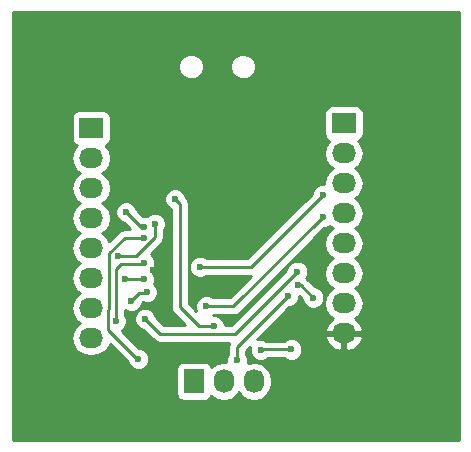
<source format=gbl>
G04 #@! TF.FileFunction,Copper,L2,Bot,Signal*
%FSLAX46Y46*%
G04 Gerber Fmt 4.6, Leading zero omitted, Abs format (unit mm)*
G04 Created by KiCad (PCBNEW 4.0.2+dfsg1-stable) date Mon 21 Aug 2017 12:22:30 PM CEST*
%MOMM*%
G01*
G04 APERTURE LIST*
%ADD10C,0.100000*%
%ADD11R,1.727200X2.032000*%
%ADD12O,1.727200X2.032000*%
%ADD13R,2.032000X1.727200*%
%ADD14O,2.032000X1.727200*%
%ADD15C,0.600000*%
%ADD16C,0.250000*%
%ADD17C,0.254000*%
G04 APERTURE END LIST*
D10*
D11*
X133750000Y-116850000D03*
D12*
X136290000Y-116850000D03*
X138830000Y-116850000D03*
D13*
X125050000Y-95400000D03*
D14*
X125050000Y-97940000D03*
X125050000Y-100480000D03*
X125050000Y-103020000D03*
X125050000Y-105560000D03*
X125050000Y-108100000D03*
X125050000Y-110640000D03*
X125050000Y-113180000D03*
D13*
X146450000Y-95000000D03*
D14*
X146450000Y-97540000D03*
X146450000Y-100080000D03*
X146450000Y-102620000D03*
X146450000Y-105160000D03*
X146450000Y-107700000D03*
X146450000Y-110240000D03*
X146450000Y-112780000D03*
D15*
X129050000Y-114950000D03*
X129500000Y-104700000D03*
X137400000Y-115050000D03*
X141700000Y-109650000D03*
X141200000Y-102000000D03*
X132700000Y-95300000D03*
X130300000Y-107450000D03*
X136900000Y-108950000D03*
X139400000Y-114200000D03*
X142000000Y-114150000D03*
X142550000Y-108700000D03*
X143850000Y-109750000D03*
X135450000Y-112200000D03*
X132150000Y-101400000D03*
X128000000Y-102500000D03*
X129550000Y-103800000D03*
X130450000Y-103500000D03*
X127300000Y-106200000D03*
X127950000Y-108200000D03*
X129500000Y-108200000D03*
X129750000Y-109300000D03*
X128450000Y-110050000D03*
X129550000Y-106850000D03*
X127150000Y-111750000D03*
X144650000Y-101100000D03*
X134250000Y-107150000D03*
X134800000Y-110500000D03*
X144650000Y-102950000D03*
X129600000Y-111550000D03*
X142500000Y-107550000D03*
D16*
X128950000Y-114950000D02*
X129050000Y-114950000D01*
X126500000Y-112500000D02*
X128950000Y-114950000D01*
X126500000Y-110800000D02*
X126500000Y-112500000D01*
X126600000Y-110700000D02*
X126500000Y-110800000D01*
X126600000Y-109900000D02*
X126600000Y-110700000D01*
X126600000Y-106000000D02*
X126600000Y-109900000D01*
X127900000Y-104700000D02*
X126600000Y-106000000D01*
X128900000Y-104700000D02*
X127900000Y-104700000D01*
X129500000Y-104700000D02*
X128900000Y-104700000D01*
X137400000Y-113950000D02*
X137400000Y-115050000D01*
X141700000Y-109650000D02*
X137400000Y-113950000D01*
X130350000Y-107400000D02*
X130350000Y-107350000D01*
X130300000Y-107450000D02*
X130350000Y-107400000D01*
X139400000Y-114200000D02*
X139450000Y-114150000D01*
X139450000Y-114150000D02*
X142000000Y-114150000D01*
X142800000Y-108700000D02*
X142550000Y-108700000D01*
X143850000Y-109750000D02*
X142800000Y-108700000D01*
X134200000Y-112200000D02*
X135450000Y-112200000D01*
X132550000Y-110550000D02*
X134200000Y-112200000D01*
X132550000Y-106750000D02*
X132550000Y-110550000D01*
X132550000Y-101800000D02*
X132550000Y-106750000D01*
X132150000Y-101400000D02*
X132550000Y-101800000D01*
X128000000Y-102500000D02*
X129300000Y-103800000D01*
X129300000Y-103800000D02*
X129550000Y-103800000D01*
X130450000Y-104650000D02*
X130450000Y-103500000D01*
X128850000Y-106250000D02*
X130450000Y-104650000D01*
X127350000Y-106250000D02*
X128850000Y-106250000D01*
X127300000Y-106200000D02*
X127350000Y-106250000D01*
X127950000Y-108200000D02*
X129500000Y-108200000D01*
X129125000Y-109375000D02*
X129675000Y-109375000D01*
X129675000Y-109375000D02*
X129750000Y-109300000D01*
X128450000Y-110050000D02*
X129125000Y-109375000D01*
X129500000Y-106900000D02*
X129550000Y-106850000D01*
X127550000Y-106900000D02*
X129500000Y-106900000D01*
X127150000Y-107300000D02*
X127550000Y-106900000D01*
X127150000Y-111750000D02*
X127150000Y-107300000D01*
X144650000Y-101100000D02*
X138600000Y-107150000D01*
X138600000Y-107150000D02*
X134250000Y-107150000D01*
X137100000Y-110500000D02*
X134800000Y-110500000D01*
X144650000Y-102950000D02*
X137100000Y-110500000D01*
X130900000Y-112850000D02*
X129600000Y-111550000D01*
X137200000Y-112850000D02*
X130900000Y-112850000D01*
X142500000Y-107550000D02*
X137200000Y-112850000D01*
D17*
G36*
X156190000Y-121790000D02*
X118410000Y-121790000D01*
X118410000Y-97940000D01*
X123366655Y-97940000D01*
X123480729Y-98513489D01*
X123805585Y-98999670D01*
X124120366Y-99210000D01*
X123805585Y-99420330D01*
X123480729Y-99906511D01*
X123366655Y-100480000D01*
X123480729Y-101053489D01*
X123805585Y-101539670D01*
X124120366Y-101750000D01*
X123805585Y-101960330D01*
X123480729Y-102446511D01*
X123366655Y-103020000D01*
X123480729Y-103593489D01*
X123805585Y-104079670D01*
X124120366Y-104290000D01*
X123805585Y-104500330D01*
X123480729Y-104986511D01*
X123366655Y-105560000D01*
X123480729Y-106133489D01*
X123805585Y-106619670D01*
X124120366Y-106830000D01*
X123805585Y-107040330D01*
X123480729Y-107526511D01*
X123366655Y-108100000D01*
X123480729Y-108673489D01*
X123805585Y-109159670D01*
X124120366Y-109370000D01*
X123805585Y-109580330D01*
X123480729Y-110066511D01*
X123366655Y-110640000D01*
X123480729Y-111213489D01*
X123805585Y-111699670D01*
X124120366Y-111910000D01*
X123805585Y-112120330D01*
X123480729Y-112606511D01*
X123366655Y-113180000D01*
X123480729Y-113753489D01*
X123805585Y-114239670D01*
X124291766Y-114564526D01*
X124865255Y-114678600D01*
X125234745Y-114678600D01*
X125808234Y-114564526D01*
X126294415Y-114239670D01*
X126619271Y-113753489D01*
X126629129Y-113703931D01*
X128153194Y-115227996D01*
X128256883Y-115478943D01*
X128519673Y-115742192D01*
X128863201Y-115884838D01*
X129235167Y-115885162D01*
X129578943Y-115743117D01*
X129842192Y-115480327D01*
X129984838Y-115136799D01*
X129985162Y-114764833D01*
X129843117Y-114421057D01*
X129580327Y-114157808D01*
X129236799Y-114015162D01*
X129089836Y-114015034D01*
X127635761Y-112560959D01*
X127678943Y-112543117D01*
X127942192Y-112280327D01*
X128084838Y-111936799D01*
X128085013Y-111735167D01*
X128664838Y-111735167D01*
X128806883Y-112078943D01*
X129069673Y-112342192D01*
X129413201Y-112484838D01*
X129460077Y-112484879D01*
X130362599Y-113387401D01*
X130609161Y-113552148D01*
X130900000Y-113610000D01*
X136730700Y-113610000D01*
X136697852Y-113659161D01*
X136640000Y-113950000D01*
X136640000Y-114487537D01*
X136607808Y-114519673D01*
X136465162Y-114863201D01*
X136464867Y-115201438D01*
X136290000Y-115166655D01*
X135716511Y-115280729D01*
X135230330Y-115605585D01*
X135220757Y-115619913D01*
X135216762Y-115598683D01*
X135077690Y-115382559D01*
X134865490Y-115237569D01*
X134613600Y-115186560D01*
X132886400Y-115186560D01*
X132651083Y-115230838D01*
X132434959Y-115369910D01*
X132289969Y-115582110D01*
X132238960Y-115834000D01*
X132238960Y-117866000D01*
X132283238Y-118101317D01*
X132422310Y-118317441D01*
X132634510Y-118462431D01*
X132886400Y-118513440D01*
X134613600Y-118513440D01*
X134848917Y-118469162D01*
X135065041Y-118330090D01*
X135210031Y-118117890D01*
X135218400Y-118076561D01*
X135230330Y-118094415D01*
X135716511Y-118419271D01*
X136290000Y-118533345D01*
X136863489Y-118419271D01*
X137349670Y-118094415D01*
X137560000Y-117779634D01*
X137770330Y-118094415D01*
X138256511Y-118419271D01*
X138830000Y-118533345D01*
X139403489Y-118419271D01*
X139889670Y-118094415D01*
X140214526Y-117608234D01*
X140328600Y-117034745D01*
X140328600Y-116665255D01*
X140214526Y-116091766D01*
X139889670Y-115605585D01*
X139403489Y-115280729D01*
X138830000Y-115166655D01*
X138322006Y-115267701D01*
X138334838Y-115236799D01*
X138335162Y-114864833D01*
X138193117Y-114521057D01*
X138160000Y-114487882D01*
X138160000Y-114264802D01*
X138503196Y-113921606D01*
X138465162Y-114013201D01*
X138464838Y-114385167D01*
X138606883Y-114728943D01*
X138869673Y-114992192D01*
X139213201Y-115134838D01*
X139585167Y-115135162D01*
X139928943Y-114993117D01*
X140012205Y-114910000D01*
X141437537Y-114910000D01*
X141469673Y-114942192D01*
X141813201Y-115084838D01*
X142185167Y-115085162D01*
X142528943Y-114943117D01*
X142792192Y-114680327D01*
X142934838Y-114336799D01*
X142935162Y-113964833D01*
X142793117Y-113621057D01*
X142530327Y-113357808D01*
X142186799Y-113215162D01*
X141814833Y-113214838D01*
X141471057Y-113356883D01*
X141437882Y-113390000D01*
X139887441Y-113390000D01*
X139586799Y-113265162D01*
X139214833Y-113264838D01*
X139121329Y-113303473D01*
X139285776Y-113139026D01*
X144842642Y-113139026D01*
X144845291Y-113154791D01*
X145099268Y-113682036D01*
X145535680Y-114071954D01*
X146088087Y-114265184D01*
X146323000Y-114120924D01*
X146323000Y-112907000D01*
X146577000Y-112907000D01*
X146577000Y-114120924D01*
X146811913Y-114265184D01*
X147364320Y-114071954D01*
X147800732Y-113682036D01*
X148054709Y-113154791D01*
X148057358Y-113139026D01*
X147936217Y-112907000D01*
X146577000Y-112907000D01*
X146323000Y-112907000D01*
X144963783Y-112907000D01*
X144842642Y-113139026D01*
X139285776Y-113139026D01*
X141839680Y-110585122D01*
X141885167Y-110585162D01*
X142228943Y-110443117D01*
X142492192Y-110180327D01*
X142634838Y-109836799D01*
X142635014Y-109635075D01*
X142660295Y-109635097D01*
X142914878Y-109889680D01*
X142914838Y-109935167D01*
X143056883Y-110278943D01*
X143319673Y-110542192D01*
X143663201Y-110684838D01*
X144035167Y-110685162D01*
X144378943Y-110543117D01*
X144642192Y-110280327D01*
X144784838Y-109936799D01*
X144785162Y-109564833D01*
X144643117Y-109221057D01*
X144380327Y-108957808D01*
X144036799Y-108815162D01*
X143989923Y-108815121D01*
X143337401Y-108162599D01*
X143329211Y-108157126D01*
X143272334Y-108100150D01*
X143292192Y-108080327D01*
X143434838Y-107736799D01*
X143435162Y-107364833D01*
X143293117Y-107021057D01*
X143030327Y-106757808D01*
X142686799Y-106615162D01*
X142314833Y-106614838D01*
X141971057Y-106756883D01*
X141707808Y-107019673D01*
X141565162Y-107363201D01*
X141565121Y-107410077D01*
X136885198Y-112090000D01*
X136385097Y-112090000D01*
X136385162Y-112014833D01*
X136243117Y-111671057D01*
X135980327Y-111407808D01*
X135636799Y-111265162D01*
X135357191Y-111264918D01*
X135362118Y-111260000D01*
X137100000Y-111260000D01*
X137390839Y-111202148D01*
X137637401Y-111037401D01*
X144789680Y-103885122D01*
X144835167Y-103885162D01*
X145178943Y-103743117D01*
X145227699Y-103694446D01*
X145520366Y-103890000D01*
X145205585Y-104100330D01*
X144880729Y-104586511D01*
X144766655Y-105160000D01*
X144880729Y-105733489D01*
X145205585Y-106219670D01*
X145520366Y-106430000D01*
X145205585Y-106640330D01*
X144880729Y-107126511D01*
X144766655Y-107700000D01*
X144880729Y-108273489D01*
X145205585Y-108759670D01*
X145520366Y-108970000D01*
X145205585Y-109180330D01*
X144880729Y-109666511D01*
X144766655Y-110240000D01*
X144880729Y-110813489D01*
X145205585Y-111299670D01*
X145515069Y-111506461D01*
X145099268Y-111877964D01*
X144845291Y-112405209D01*
X144842642Y-112420974D01*
X144963783Y-112653000D01*
X146323000Y-112653000D01*
X146323000Y-112633000D01*
X146577000Y-112633000D01*
X146577000Y-112653000D01*
X147936217Y-112653000D01*
X148057358Y-112420974D01*
X148054709Y-112405209D01*
X147800732Y-111877964D01*
X147384931Y-111506461D01*
X147694415Y-111299670D01*
X148019271Y-110813489D01*
X148133345Y-110240000D01*
X148019271Y-109666511D01*
X147694415Y-109180330D01*
X147379634Y-108970000D01*
X147694415Y-108759670D01*
X148019271Y-108273489D01*
X148133345Y-107700000D01*
X148019271Y-107126511D01*
X147694415Y-106640330D01*
X147379634Y-106430000D01*
X147694415Y-106219670D01*
X148019271Y-105733489D01*
X148133345Y-105160000D01*
X148019271Y-104586511D01*
X147694415Y-104100330D01*
X147379634Y-103890000D01*
X147694415Y-103679670D01*
X148019271Y-103193489D01*
X148133345Y-102620000D01*
X148019271Y-102046511D01*
X147694415Y-101560330D01*
X147379634Y-101350000D01*
X147694415Y-101139670D01*
X148019271Y-100653489D01*
X148133345Y-100080000D01*
X148019271Y-99506511D01*
X147694415Y-99020330D01*
X147379634Y-98810000D01*
X147694415Y-98599670D01*
X148019271Y-98113489D01*
X148133345Y-97540000D01*
X148019271Y-96966511D01*
X147694415Y-96480330D01*
X147680087Y-96470757D01*
X147701317Y-96466762D01*
X147917441Y-96327690D01*
X148062431Y-96115490D01*
X148113440Y-95863600D01*
X148113440Y-94136400D01*
X148069162Y-93901083D01*
X147930090Y-93684959D01*
X147717890Y-93539969D01*
X147466000Y-93488960D01*
X145434000Y-93488960D01*
X145198683Y-93533238D01*
X144982559Y-93672310D01*
X144837569Y-93884510D01*
X144786560Y-94136400D01*
X144786560Y-95863600D01*
X144830838Y-96098917D01*
X144969910Y-96315041D01*
X145182110Y-96460031D01*
X145223439Y-96468400D01*
X145205585Y-96480330D01*
X144880729Y-96966511D01*
X144766655Y-97540000D01*
X144880729Y-98113489D01*
X145205585Y-98599670D01*
X145520366Y-98810000D01*
X145205585Y-99020330D01*
X144880729Y-99506511D01*
X144766655Y-100080000D01*
X144783586Y-100165116D01*
X144464833Y-100164838D01*
X144121057Y-100306883D01*
X143857808Y-100569673D01*
X143715162Y-100913201D01*
X143715121Y-100960077D01*
X138285198Y-106390000D01*
X134812463Y-106390000D01*
X134780327Y-106357808D01*
X134436799Y-106215162D01*
X134064833Y-106214838D01*
X133721057Y-106356883D01*
X133457808Y-106619673D01*
X133315162Y-106963201D01*
X133314838Y-107335167D01*
X133456883Y-107678943D01*
X133719673Y-107942192D01*
X134063201Y-108084838D01*
X134435167Y-108085162D01*
X134778943Y-107943117D01*
X134812118Y-107910000D01*
X138600000Y-107910000D01*
X138618972Y-107906226D01*
X136785198Y-109740000D01*
X135362463Y-109740000D01*
X135330327Y-109707808D01*
X134986799Y-109565162D01*
X134614833Y-109564838D01*
X134271057Y-109706883D01*
X134007808Y-109969673D01*
X133865162Y-110313201D01*
X133864838Y-110685167D01*
X133938679Y-110863877D01*
X133310000Y-110235198D01*
X133310000Y-101800000D01*
X133252148Y-101509161D01*
X133252148Y-101509160D01*
X133087401Y-101262599D01*
X133085122Y-101260320D01*
X133085162Y-101214833D01*
X132943117Y-100871057D01*
X132680327Y-100607808D01*
X132336799Y-100465162D01*
X131964833Y-100464838D01*
X131621057Y-100606883D01*
X131357808Y-100869673D01*
X131215162Y-101213201D01*
X131214838Y-101585167D01*
X131356883Y-101928943D01*
X131619673Y-102192192D01*
X131790000Y-102262918D01*
X131790000Y-110550000D01*
X131847852Y-110840839D01*
X132012599Y-111087401D01*
X133015198Y-112090000D01*
X131214802Y-112090000D01*
X130535122Y-111410320D01*
X130535162Y-111364833D01*
X130393117Y-111021057D01*
X130130327Y-110757808D01*
X129786799Y-110615162D01*
X129414833Y-110614838D01*
X129071057Y-110756883D01*
X128807808Y-111019673D01*
X128665162Y-111363201D01*
X128664838Y-111735167D01*
X128085013Y-111735167D01*
X128085162Y-111564833D01*
X127943117Y-111221057D01*
X127910000Y-111187882D01*
X127910000Y-110832502D01*
X127919673Y-110842192D01*
X128263201Y-110984838D01*
X128635167Y-110985162D01*
X128978943Y-110843117D01*
X129242192Y-110580327D01*
X129384838Y-110236799D01*
X129384879Y-110189923D01*
X129405463Y-110169339D01*
X129563201Y-110234838D01*
X129935167Y-110235162D01*
X130278943Y-110093117D01*
X130542192Y-109830327D01*
X130684838Y-109486799D01*
X130685162Y-109114833D01*
X130543117Y-108771057D01*
X130353961Y-108581571D01*
X130434838Y-108386799D01*
X130435162Y-108014833D01*
X130293117Y-107671057D01*
X130172247Y-107549976D01*
X130342192Y-107380327D01*
X130484838Y-107036799D01*
X130485162Y-106664833D01*
X130343117Y-106321057D01*
X130098645Y-106076157D01*
X130987401Y-105187401D01*
X131152148Y-104940839D01*
X131210000Y-104650000D01*
X131210000Y-104062463D01*
X131242192Y-104030327D01*
X131384838Y-103686799D01*
X131385162Y-103314833D01*
X131243117Y-102971057D01*
X130980327Y-102707808D01*
X130636799Y-102565162D01*
X130264833Y-102564838D01*
X129921057Y-102706883D01*
X129754951Y-102872699D01*
X129736799Y-102865162D01*
X129439705Y-102864903D01*
X128935122Y-102360320D01*
X128935162Y-102314833D01*
X128793117Y-101971057D01*
X128530327Y-101707808D01*
X128186799Y-101565162D01*
X127814833Y-101564838D01*
X127471057Y-101706883D01*
X127207808Y-101969673D01*
X127065162Y-102313201D01*
X127064838Y-102685167D01*
X127206883Y-103028943D01*
X127469673Y-103292192D01*
X127813201Y-103434838D01*
X127860077Y-103434879D01*
X128365198Y-103940000D01*
X127900000Y-103940000D01*
X127609161Y-103997852D01*
X127362599Y-104162599D01*
X126586994Y-104938204D01*
X126294415Y-104500330D01*
X125979634Y-104290000D01*
X126294415Y-104079670D01*
X126619271Y-103593489D01*
X126733345Y-103020000D01*
X126619271Y-102446511D01*
X126294415Y-101960330D01*
X125979634Y-101750000D01*
X126294415Y-101539670D01*
X126619271Y-101053489D01*
X126733345Y-100480000D01*
X126619271Y-99906511D01*
X126294415Y-99420330D01*
X125979634Y-99210000D01*
X126294415Y-98999670D01*
X126619271Y-98513489D01*
X126733345Y-97940000D01*
X126619271Y-97366511D01*
X126294415Y-96880330D01*
X126280087Y-96870757D01*
X126301317Y-96866762D01*
X126517441Y-96727690D01*
X126662431Y-96515490D01*
X126713440Y-96263600D01*
X126713440Y-94536400D01*
X126669162Y-94301083D01*
X126530090Y-94084959D01*
X126317890Y-93939969D01*
X126066000Y-93888960D01*
X124034000Y-93888960D01*
X123798683Y-93933238D01*
X123582559Y-94072310D01*
X123437569Y-94284510D01*
X123386560Y-94536400D01*
X123386560Y-96263600D01*
X123430838Y-96498917D01*
X123569910Y-96715041D01*
X123782110Y-96860031D01*
X123823439Y-96868400D01*
X123805585Y-96880330D01*
X123480729Y-97366511D01*
X123366655Y-97940000D01*
X118410000Y-97940000D01*
X118410000Y-90415690D01*
X132415592Y-90415690D01*
X132580362Y-90814463D01*
X132885193Y-91119826D01*
X133283677Y-91285291D01*
X133715150Y-91285668D01*
X134113923Y-91120898D01*
X134419286Y-90816067D01*
X134584751Y-90417583D01*
X134584752Y-90415690D01*
X136814872Y-90415690D01*
X136979642Y-90814463D01*
X137284473Y-91119826D01*
X137682957Y-91285291D01*
X138114430Y-91285668D01*
X138513203Y-91120898D01*
X138818566Y-90816067D01*
X138984031Y-90417583D01*
X138984408Y-89986110D01*
X138819638Y-89587337D01*
X138514807Y-89281974D01*
X138116323Y-89116509D01*
X137684850Y-89116132D01*
X137286077Y-89280902D01*
X136980714Y-89585733D01*
X136815249Y-89984217D01*
X136814872Y-90415690D01*
X134584752Y-90415690D01*
X134585128Y-89986110D01*
X134420358Y-89587337D01*
X134115527Y-89281974D01*
X133717043Y-89116509D01*
X133285570Y-89116132D01*
X132886797Y-89280902D01*
X132581434Y-89585733D01*
X132415969Y-89984217D01*
X132415592Y-90415690D01*
X118410000Y-90415690D01*
X118410000Y-85610000D01*
X156190000Y-85610000D01*
X156190000Y-121790000D01*
X156190000Y-121790000D01*
G37*
X156190000Y-121790000D02*
X118410000Y-121790000D01*
X118410000Y-97940000D01*
X123366655Y-97940000D01*
X123480729Y-98513489D01*
X123805585Y-98999670D01*
X124120366Y-99210000D01*
X123805585Y-99420330D01*
X123480729Y-99906511D01*
X123366655Y-100480000D01*
X123480729Y-101053489D01*
X123805585Y-101539670D01*
X124120366Y-101750000D01*
X123805585Y-101960330D01*
X123480729Y-102446511D01*
X123366655Y-103020000D01*
X123480729Y-103593489D01*
X123805585Y-104079670D01*
X124120366Y-104290000D01*
X123805585Y-104500330D01*
X123480729Y-104986511D01*
X123366655Y-105560000D01*
X123480729Y-106133489D01*
X123805585Y-106619670D01*
X124120366Y-106830000D01*
X123805585Y-107040330D01*
X123480729Y-107526511D01*
X123366655Y-108100000D01*
X123480729Y-108673489D01*
X123805585Y-109159670D01*
X124120366Y-109370000D01*
X123805585Y-109580330D01*
X123480729Y-110066511D01*
X123366655Y-110640000D01*
X123480729Y-111213489D01*
X123805585Y-111699670D01*
X124120366Y-111910000D01*
X123805585Y-112120330D01*
X123480729Y-112606511D01*
X123366655Y-113180000D01*
X123480729Y-113753489D01*
X123805585Y-114239670D01*
X124291766Y-114564526D01*
X124865255Y-114678600D01*
X125234745Y-114678600D01*
X125808234Y-114564526D01*
X126294415Y-114239670D01*
X126619271Y-113753489D01*
X126629129Y-113703931D01*
X128153194Y-115227996D01*
X128256883Y-115478943D01*
X128519673Y-115742192D01*
X128863201Y-115884838D01*
X129235167Y-115885162D01*
X129578943Y-115743117D01*
X129842192Y-115480327D01*
X129984838Y-115136799D01*
X129985162Y-114764833D01*
X129843117Y-114421057D01*
X129580327Y-114157808D01*
X129236799Y-114015162D01*
X129089836Y-114015034D01*
X127635761Y-112560959D01*
X127678943Y-112543117D01*
X127942192Y-112280327D01*
X128084838Y-111936799D01*
X128085013Y-111735167D01*
X128664838Y-111735167D01*
X128806883Y-112078943D01*
X129069673Y-112342192D01*
X129413201Y-112484838D01*
X129460077Y-112484879D01*
X130362599Y-113387401D01*
X130609161Y-113552148D01*
X130900000Y-113610000D01*
X136730700Y-113610000D01*
X136697852Y-113659161D01*
X136640000Y-113950000D01*
X136640000Y-114487537D01*
X136607808Y-114519673D01*
X136465162Y-114863201D01*
X136464867Y-115201438D01*
X136290000Y-115166655D01*
X135716511Y-115280729D01*
X135230330Y-115605585D01*
X135220757Y-115619913D01*
X135216762Y-115598683D01*
X135077690Y-115382559D01*
X134865490Y-115237569D01*
X134613600Y-115186560D01*
X132886400Y-115186560D01*
X132651083Y-115230838D01*
X132434959Y-115369910D01*
X132289969Y-115582110D01*
X132238960Y-115834000D01*
X132238960Y-117866000D01*
X132283238Y-118101317D01*
X132422310Y-118317441D01*
X132634510Y-118462431D01*
X132886400Y-118513440D01*
X134613600Y-118513440D01*
X134848917Y-118469162D01*
X135065041Y-118330090D01*
X135210031Y-118117890D01*
X135218400Y-118076561D01*
X135230330Y-118094415D01*
X135716511Y-118419271D01*
X136290000Y-118533345D01*
X136863489Y-118419271D01*
X137349670Y-118094415D01*
X137560000Y-117779634D01*
X137770330Y-118094415D01*
X138256511Y-118419271D01*
X138830000Y-118533345D01*
X139403489Y-118419271D01*
X139889670Y-118094415D01*
X140214526Y-117608234D01*
X140328600Y-117034745D01*
X140328600Y-116665255D01*
X140214526Y-116091766D01*
X139889670Y-115605585D01*
X139403489Y-115280729D01*
X138830000Y-115166655D01*
X138322006Y-115267701D01*
X138334838Y-115236799D01*
X138335162Y-114864833D01*
X138193117Y-114521057D01*
X138160000Y-114487882D01*
X138160000Y-114264802D01*
X138503196Y-113921606D01*
X138465162Y-114013201D01*
X138464838Y-114385167D01*
X138606883Y-114728943D01*
X138869673Y-114992192D01*
X139213201Y-115134838D01*
X139585167Y-115135162D01*
X139928943Y-114993117D01*
X140012205Y-114910000D01*
X141437537Y-114910000D01*
X141469673Y-114942192D01*
X141813201Y-115084838D01*
X142185167Y-115085162D01*
X142528943Y-114943117D01*
X142792192Y-114680327D01*
X142934838Y-114336799D01*
X142935162Y-113964833D01*
X142793117Y-113621057D01*
X142530327Y-113357808D01*
X142186799Y-113215162D01*
X141814833Y-113214838D01*
X141471057Y-113356883D01*
X141437882Y-113390000D01*
X139887441Y-113390000D01*
X139586799Y-113265162D01*
X139214833Y-113264838D01*
X139121329Y-113303473D01*
X139285776Y-113139026D01*
X144842642Y-113139026D01*
X144845291Y-113154791D01*
X145099268Y-113682036D01*
X145535680Y-114071954D01*
X146088087Y-114265184D01*
X146323000Y-114120924D01*
X146323000Y-112907000D01*
X146577000Y-112907000D01*
X146577000Y-114120924D01*
X146811913Y-114265184D01*
X147364320Y-114071954D01*
X147800732Y-113682036D01*
X148054709Y-113154791D01*
X148057358Y-113139026D01*
X147936217Y-112907000D01*
X146577000Y-112907000D01*
X146323000Y-112907000D01*
X144963783Y-112907000D01*
X144842642Y-113139026D01*
X139285776Y-113139026D01*
X141839680Y-110585122D01*
X141885167Y-110585162D01*
X142228943Y-110443117D01*
X142492192Y-110180327D01*
X142634838Y-109836799D01*
X142635014Y-109635075D01*
X142660295Y-109635097D01*
X142914878Y-109889680D01*
X142914838Y-109935167D01*
X143056883Y-110278943D01*
X143319673Y-110542192D01*
X143663201Y-110684838D01*
X144035167Y-110685162D01*
X144378943Y-110543117D01*
X144642192Y-110280327D01*
X144784838Y-109936799D01*
X144785162Y-109564833D01*
X144643117Y-109221057D01*
X144380327Y-108957808D01*
X144036799Y-108815162D01*
X143989923Y-108815121D01*
X143337401Y-108162599D01*
X143329211Y-108157126D01*
X143272334Y-108100150D01*
X143292192Y-108080327D01*
X143434838Y-107736799D01*
X143435162Y-107364833D01*
X143293117Y-107021057D01*
X143030327Y-106757808D01*
X142686799Y-106615162D01*
X142314833Y-106614838D01*
X141971057Y-106756883D01*
X141707808Y-107019673D01*
X141565162Y-107363201D01*
X141565121Y-107410077D01*
X136885198Y-112090000D01*
X136385097Y-112090000D01*
X136385162Y-112014833D01*
X136243117Y-111671057D01*
X135980327Y-111407808D01*
X135636799Y-111265162D01*
X135357191Y-111264918D01*
X135362118Y-111260000D01*
X137100000Y-111260000D01*
X137390839Y-111202148D01*
X137637401Y-111037401D01*
X144789680Y-103885122D01*
X144835167Y-103885162D01*
X145178943Y-103743117D01*
X145227699Y-103694446D01*
X145520366Y-103890000D01*
X145205585Y-104100330D01*
X144880729Y-104586511D01*
X144766655Y-105160000D01*
X144880729Y-105733489D01*
X145205585Y-106219670D01*
X145520366Y-106430000D01*
X145205585Y-106640330D01*
X144880729Y-107126511D01*
X144766655Y-107700000D01*
X144880729Y-108273489D01*
X145205585Y-108759670D01*
X145520366Y-108970000D01*
X145205585Y-109180330D01*
X144880729Y-109666511D01*
X144766655Y-110240000D01*
X144880729Y-110813489D01*
X145205585Y-111299670D01*
X145515069Y-111506461D01*
X145099268Y-111877964D01*
X144845291Y-112405209D01*
X144842642Y-112420974D01*
X144963783Y-112653000D01*
X146323000Y-112653000D01*
X146323000Y-112633000D01*
X146577000Y-112633000D01*
X146577000Y-112653000D01*
X147936217Y-112653000D01*
X148057358Y-112420974D01*
X148054709Y-112405209D01*
X147800732Y-111877964D01*
X147384931Y-111506461D01*
X147694415Y-111299670D01*
X148019271Y-110813489D01*
X148133345Y-110240000D01*
X148019271Y-109666511D01*
X147694415Y-109180330D01*
X147379634Y-108970000D01*
X147694415Y-108759670D01*
X148019271Y-108273489D01*
X148133345Y-107700000D01*
X148019271Y-107126511D01*
X147694415Y-106640330D01*
X147379634Y-106430000D01*
X147694415Y-106219670D01*
X148019271Y-105733489D01*
X148133345Y-105160000D01*
X148019271Y-104586511D01*
X147694415Y-104100330D01*
X147379634Y-103890000D01*
X147694415Y-103679670D01*
X148019271Y-103193489D01*
X148133345Y-102620000D01*
X148019271Y-102046511D01*
X147694415Y-101560330D01*
X147379634Y-101350000D01*
X147694415Y-101139670D01*
X148019271Y-100653489D01*
X148133345Y-100080000D01*
X148019271Y-99506511D01*
X147694415Y-99020330D01*
X147379634Y-98810000D01*
X147694415Y-98599670D01*
X148019271Y-98113489D01*
X148133345Y-97540000D01*
X148019271Y-96966511D01*
X147694415Y-96480330D01*
X147680087Y-96470757D01*
X147701317Y-96466762D01*
X147917441Y-96327690D01*
X148062431Y-96115490D01*
X148113440Y-95863600D01*
X148113440Y-94136400D01*
X148069162Y-93901083D01*
X147930090Y-93684959D01*
X147717890Y-93539969D01*
X147466000Y-93488960D01*
X145434000Y-93488960D01*
X145198683Y-93533238D01*
X144982559Y-93672310D01*
X144837569Y-93884510D01*
X144786560Y-94136400D01*
X144786560Y-95863600D01*
X144830838Y-96098917D01*
X144969910Y-96315041D01*
X145182110Y-96460031D01*
X145223439Y-96468400D01*
X145205585Y-96480330D01*
X144880729Y-96966511D01*
X144766655Y-97540000D01*
X144880729Y-98113489D01*
X145205585Y-98599670D01*
X145520366Y-98810000D01*
X145205585Y-99020330D01*
X144880729Y-99506511D01*
X144766655Y-100080000D01*
X144783586Y-100165116D01*
X144464833Y-100164838D01*
X144121057Y-100306883D01*
X143857808Y-100569673D01*
X143715162Y-100913201D01*
X143715121Y-100960077D01*
X138285198Y-106390000D01*
X134812463Y-106390000D01*
X134780327Y-106357808D01*
X134436799Y-106215162D01*
X134064833Y-106214838D01*
X133721057Y-106356883D01*
X133457808Y-106619673D01*
X133315162Y-106963201D01*
X133314838Y-107335167D01*
X133456883Y-107678943D01*
X133719673Y-107942192D01*
X134063201Y-108084838D01*
X134435167Y-108085162D01*
X134778943Y-107943117D01*
X134812118Y-107910000D01*
X138600000Y-107910000D01*
X138618972Y-107906226D01*
X136785198Y-109740000D01*
X135362463Y-109740000D01*
X135330327Y-109707808D01*
X134986799Y-109565162D01*
X134614833Y-109564838D01*
X134271057Y-109706883D01*
X134007808Y-109969673D01*
X133865162Y-110313201D01*
X133864838Y-110685167D01*
X133938679Y-110863877D01*
X133310000Y-110235198D01*
X133310000Y-101800000D01*
X133252148Y-101509161D01*
X133252148Y-101509160D01*
X133087401Y-101262599D01*
X133085122Y-101260320D01*
X133085162Y-101214833D01*
X132943117Y-100871057D01*
X132680327Y-100607808D01*
X132336799Y-100465162D01*
X131964833Y-100464838D01*
X131621057Y-100606883D01*
X131357808Y-100869673D01*
X131215162Y-101213201D01*
X131214838Y-101585167D01*
X131356883Y-101928943D01*
X131619673Y-102192192D01*
X131790000Y-102262918D01*
X131790000Y-110550000D01*
X131847852Y-110840839D01*
X132012599Y-111087401D01*
X133015198Y-112090000D01*
X131214802Y-112090000D01*
X130535122Y-111410320D01*
X130535162Y-111364833D01*
X130393117Y-111021057D01*
X130130327Y-110757808D01*
X129786799Y-110615162D01*
X129414833Y-110614838D01*
X129071057Y-110756883D01*
X128807808Y-111019673D01*
X128665162Y-111363201D01*
X128664838Y-111735167D01*
X128085013Y-111735167D01*
X128085162Y-111564833D01*
X127943117Y-111221057D01*
X127910000Y-111187882D01*
X127910000Y-110832502D01*
X127919673Y-110842192D01*
X128263201Y-110984838D01*
X128635167Y-110985162D01*
X128978943Y-110843117D01*
X129242192Y-110580327D01*
X129384838Y-110236799D01*
X129384879Y-110189923D01*
X129405463Y-110169339D01*
X129563201Y-110234838D01*
X129935167Y-110235162D01*
X130278943Y-110093117D01*
X130542192Y-109830327D01*
X130684838Y-109486799D01*
X130685162Y-109114833D01*
X130543117Y-108771057D01*
X130353961Y-108581571D01*
X130434838Y-108386799D01*
X130435162Y-108014833D01*
X130293117Y-107671057D01*
X130172247Y-107549976D01*
X130342192Y-107380327D01*
X130484838Y-107036799D01*
X130485162Y-106664833D01*
X130343117Y-106321057D01*
X130098645Y-106076157D01*
X130987401Y-105187401D01*
X131152148Y-104940839D01*
X131210000Y-104650000D01*
X131210000Y-104062463D01*
X131242192Y-104030327D01*
X131384838Y-103686799D01*
X131385162Y-103314833D01*
X131243117Y-102971057D01*
X130980327Y-102707808D01*
X130636799Y-102565162D01*
X130264833Y-102564838D01*
X129921057Y-102706883D01*
X129754951Y-102872699D01*
X129736799Y-102865162D01*
X129439705Y-102864903D01*
X128935122Y-102360320D01*
X128935162Y-102314833D01*
X128793117Y-101971057D01*
X128530327Y-101707808D01*
X128186799Y-101565162D01*
X127814833Y-101564838D01*
X127471057Y-101706883D01*
X127207808Y-101969673D01*
X127065162Y-102313201D01*
X127064838Y-102685167D01*
X127206883Y-103028943D01*
X127469673Y-103292192D01*
X127813201Y-103434838D01*
X127860077Y-103434879D01*
X128365198Y-103940000D01*
X127900000Y-103940000D01*
X127609161Y-103997852D01*
X127362599Y-104162599D01*
X126586994Y-104938204D01*
X126294415Y-104500330D01*
X125979634Y-104290000D01*
X126294415Y-104079670D01*
X126619271Y-103593489D01*
X126733345Y-103020000D01*
X126619271Y-102446511D01*
X126294415Y-101960330D01*
X125979634Y-101750000D01*
X126294415Y-101539670D01*
X126619271Y-101053489D01*
X126733345Y-100480000D01*
X126619271Y-99906511D01*
X126294415Y-99420330D01*
X125979634Y-99210000D01*
X126294415Y-98999670D01*
X126619271Y-98513489D01*
X126733345Y-97940000D01*
X126619271Y-97366511D01*
X126294415Y-96880330D01*
X126280087Y-96870757D01*
X126301317Y-96866762D01*
X126517441Y-96727690D01*
X126662431Y-96515490D01*
X126713440Y-96263600D01*
X126713440Y-94536400D01*
X126669162Y-94301083D01*
X126530090Y-94084959D01*
X126317890Y-93939969D01*
X126066000Y-93888960D01*
X124034000Y-93888960D01*
X123798683Y-93933238D01*
X123582559Y-94072310D01*
X123437569Y-94284510D01*
X123386560Y-94536400D01*
X123386560Y-96263600D01*
X123430838Y-96498917D01*
X123569910Y-96715041D01*
X123782110Y-96860031D01*
X123823439Y-96868400D01*
X123805585Y-96880330D01*
X123480729Y-97366511D01*
X123366655Y-97940000D01*
X118410000Y-97940000D01*
X118410000Y-90415690D01*
X132415592Y-90415690D01*
X132580362Y-90814463D01*
X132885193Y-91119826D01*
X133283677Y-91285291D01*
X133715150Y-91285668D01*
X134113923Y-91120898D01*
X134419286Y-90816067D01*
X134584751Y-90417583D01*
X134584752Y-90415690D01*
X136814872Y-90415690D01*
X136979642Y-90814463D01*
X137284473Y-91119826D01*
X137682957Y-91285291D01*
X138114430Y-91285668D01*
X138513203Y-91120898D01*
X138818566Y-90816067D01*
X138984031Y-90417583D01*
X138984408Y-89986110D01*
X138819638Y-89587337D01*
X138514807Y-89281974D01*
X138116323Y-89116509D01*
X137684850Y-89116132D01*
X137286077Y-89280902D01*
X136980714Y-89585733D01*
X136815249Y-89984217D01*
X136814872Y-90415690D01*
X134584752Y-90415690D01*
X134585128Y-89986110D01*
X134420358Y-89587337D01*
X134115527Y-89281974D01*
X133717043Y-89116509D01*
X133285570Y-89116132D01*
X132886797Y-89280902D01*
X132581434Y-89585733D01*
X132415969Y-89984217D01*
X132415592Y-90415690D01*
X118410000Y-90415690D01*
X118410000Y-85610000D01*
X156190000Y-85610000D01*
X156190000Y-121790000D01*
M02*

</source>
